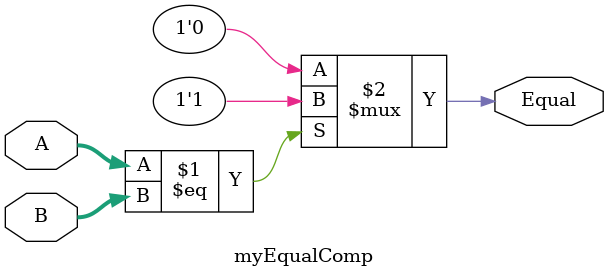
<source format=v>
module myEqualComp(
    input [3:0] A,
    input [3:0] B,
    output Equal
);

assign Equal = (A == B) ? 1'b1 : 1'b0;
    
endmodule
</source>
